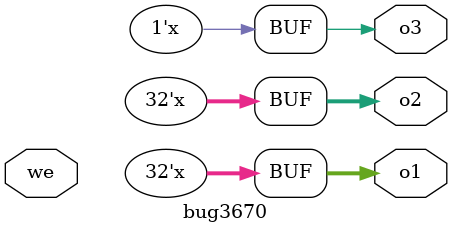
<source format=v>
/* Generated by Yosys 0.55+46 (git sha1 aa1daa702, g++ 11.4.0-1ubuntu1~22.04 -fPIC -O3) */

(* top =  1  *)
(* src = "dut.sv:1.1-13.10" *)
module bug3670(we, o1, o2, o3);
  (* src = "dut.sv:1.40-1.42" *)
  output [31:0] o1;
  wire [31:0] o1;
  (* src = "dut.sv:1.44-1.46" *)
  output [31:0] o2;
  wire [31:0] o2;
  (* src = "dut.sv:1.55-1.57" *)
  output o3;
  wire o3;
  (* src = "dut.sv:1.22-1.24" *)
  input we;
  wire we;
  assign o1 = 32'hxxxxxxxx;
  assign o2 = 32'hxxxxxxxx;
  assign o3 = 1'hx;
endmodule

</source>
